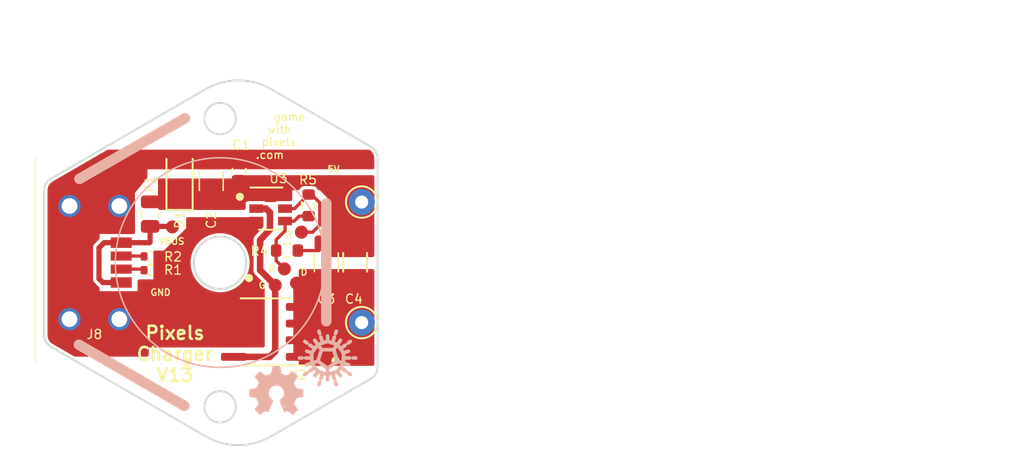
<source format=kicad_pcb>
(kicad_pcb (version 20211014) (generator pcbnew)
  (layers (0 "F.Cu" signal) (31 "B.Cu" signal) (34 "B.Paste" user) (35 "F.Paste" user) (36 "B.SilkS" user "B.Silkscreen") (37 "F.SilkS" user "F.Silkscreen") (38 "B.Mask" user) (39 "F.Mask" user) (44 "Edge.Cuts" user))
  (net 0 "")
  (net 1 "GND")
  (net 2 "VBUS")
  (net 3 "Net-(R4-Pad1)")
  (net 4 "Net-(R5-Pad2)")
  (net 5 "Net-(U2-Pad8)")
  (net 6 "Net-(J8-PadA5)")
  (net 7 "Net-(J8-PadB5)")
  (net 8 "Net-(C3-Pad1)")
  (net 9 "+5V")
  (footprint "Pixels-dice:USB-C-SMD_10P-P1.00-L6.8-W8.9" (layer "F.Cu") (at 140.3 101.52 180)
    (fp_text reference "J8" (at 0 -5.48) (layer "F.SilkS") (effects (font (size 0.7 0.7) (thickness 0.1))))
    (fp_text value "USB_C_Receptacle_USB2.0")
    (pad "A5" smd rect (at -2.05 0.5 270) (size 0.7 1.6) (layers "F.Cu" "F.Paste" "F.Mask") (net 6 "Net-(J8-PadA5)"))
    (pad "A9" smd rect (at -2.05 -1.52 270) (size 0.8 1.6) (layers "F.Cu" "F.Paste" "F.Mask") (net 2 "VBUS"))
    (pad "A12" smd rect (at -2.05 -2.75 270) (size 0.9 1.6) (layers "F.Cu" "F.Paste" "F.Mask") (net 1 "GND"))
    (pad "B5" smd rect (at -2.05 -0.5 270) (size 0.7 1.6) (layers "F.Cu" "F.Paste" "F.Mask") (net 7 "Net-(J8-PadB5)"))
    (pad "B9" smd rect (at -2.05 1.52 270) (size 0.8 1.6) (layers "F.Cu" "F.Paste" "F.Mask") (net 2 "VBUS"))
    (pad "B12" smd rect (at -2.05 2.75 270) (size 0.9 1.6) (layers "F.Cu" "F.Paste" "F.Mask") (net 1 "GND"))
    (pad "S1" thru_hole circle (at -1.9 4.32 180) (size 1.7 1.7) (drill 1.2) (layers *.Cu *.Mask) (net 1 "GND"))
    (pad "S1" thru_hole circle (at -1.9 -4.32 180) (size 1.7 1.7) (drill 1.2) (layers *.Cu *.Mask) (net 1 "GND"))
    (pad "S1" thru_hole circle (at 1.9 4.32 180) (size 1.7 1.7) (drill 1.2) (layers *.Cu *.Mask) (net 1 "GND"))
    (pad "S1" thru_hole circle (at 1.9 -4.32 180) (size 1.7 1.7) (drill 1.2) (layers *.Cu *.Mask) (net 1 "GND"))
  )
  (footprint "Resistor_SMD:R_0402_1005Metric" (layer "F.Cu") (at 144.6 101.05 180)
    (fp_text reference "R2" (at -1.7 -0.03 unlocked) (layer "F.SilkS") (effects (font (size 0.7 0.7) (thickness 0.1))))
    (fp_text value "5.1k 1%")
    (pad "1" smd roundrect locked (at -0.51 0 180) (size 0.54 0.64) (layers "F.Cu" "F.Paste" "F.Mask") (net 1 "GND"))
    (pad "2" smd roundrect locked (at 0.51 0 180) (size 0.54 0.64) (layers "F.Cu" "F.Paste" "F.Mask") (net 6 "Net-(J8-PadA5)"))
  )
  (footprint "TestPoint:TestPoint_THTPad_D2.0mm_Drill1.0mm" (layer "F.Cu") (at 160.7 96.9)
    (fp_text reference "J6" hide)
    (fp_text value "Coil B")
    (pad "1" thru_hole circle locked (at 0 0) (size 2 2) (drill 1) (layers *.Cu *.Mask) (net 9 "+5V"))
  )
  (footprint "TestPoint:TestPoint_THTPad_D2.0mm_Drill1.0mm" (layer "F.Cu") (at 160.7 106.1)
    (fp_text reference "J9" hide)
    (fp_text value "Coil A")
    (pad "1" thru_hole circle locked (at 0 0) (size 2 2) (drill 1) (layers *.Cu *.Mask) (net 8 "Net-(C3-Pad1)"))
  )
  (footprint "Capacitor_SMD:C_1206_3216Metric" (layer "F.Cu") (at 160.2 101.5 90)
    (fp_text reference "C4" (at -2.8 -0.1 180) (layer "F.SilkS") (effects (font (size 0.7 0.7) (thickness 0.1))))
    (fp_text value "56nF 50V NP0")
    (pad "1" smd roundrect (at -1.475 0 90) (size 1.15 1.8) (layers "F.Cu" "F.Paste" "F.Mask") (roundrect_rratio 0.2173913043) (net 8 "Net-(C3-Pad1)"))
    (pad "2" smd roundrect (at 1.475 0 90) (size 1.15 1.8) (layers "F.Cu" "F.Paste" "F.Mask") (roundrect_rratio 0.2173913043) (net 9 "+5V"))
  )
  (footprint "Capacitor_SMD:C_0603_1608Metric" (layer "F.Cu") (at 151.35 94.5 90)
    (fp_text reference "C1" (at 1.95 0.15 unlocked) (layer "F.SilkS") (effects (font (size 0.7 0.7) (thickness 0.1))))
    (fp_text value "0.1uF 16V")
    (pad "1" smd roundrect (at -0.775 0 90) (size 0.9 0.95) (layers "F.Cu" "F.Paste" "F.Mask") (net 9 "+5V"))
    (pad "2" smd roundrect (at 0.775 0 90) (size 0.9 0.95) (layers "F.Cu" "F.Paste" "F.Mask") (net 1 "GND"))
  )
  (footprint "Capacitor_SMD:C_1206_3216Metric" (layer "F.Cu") (at 149.22 95.31 90)
    (fp_text reference "C2" (at -2.95 0 90 unlocked) (layer "F.SilkS") (effects (font (size 0.7 0.7) (thickness 0.1))))
    (fp_text value "47uF 10V 20% X5R")
    (pad "1" smd roundrect (at -1.475 0 90) (size 1.15 1.8) (layers "F.Cu" "F.Paste" "F.Mask") (roundrect_rratio 0.2173913043) (net 9 "+5V"))
    (pad "2" smd roundrect (at 1.475 0 90) (size 1.15 1.8) (layers "F.Cu" "F.Paste" "F.Mask") (roundrect_rratio 0.2173913043) (net 1 "GND"))
  )
  (footprint "Resistor_SMD:R_0603_1608Metric" (layer "F.Cu") (at 155 100.6)
    (fp_text reference "R4" (at -2.1 0.05 unlocked) (layer "F.SilkS") (effects (font (size 0.7 0.7) (thickness 0.1))))
    (fp_text value "200k 1%")
    (pad "1" smd roundrect (at -0.825 0) (size 0.8 0.95) (layers "F.Cu" "F.Paste" "F.Mask") (net 3 "Net-(R4-Pad1)"))
    (pad "2" smd roundrect (at 0.825 0) (size 0.8 0.95) (layers "F.Cu" "F.Paste" "F.Mask") (net 9 "+5V"))
  )
  (footprint "Resistor_SMD:R_0603_1608Metric" (layer "F.Cu") (at 156.65 97.15 90)
    (fp_text reference "R5" (at 1.95 -0.05 unlocked) (layer "F.SilkS") (effects (font (size 0.7 0.7) (thickness 0.1))))
    (fp_text value "84.5k 1%")
    (pad "1" smd roundrect (at -0.825 0 90) (size 0.8 0.95) (layers "F.Cu" "F.Paste" "F.Mask") (net 3 "Net-(R4-Pad1)"))
    (pad "2" smd roundrect (at 0.825 0 90) (size 0.8 0.95) (layers "F.Cu" "F.Paste" "F.Mask") (net 4 "Net-(R5-Pad2)"))
  )
  (footprint "Pixels-dice:SOIC-8_3.9x4.9mm_P1.27mm" (layer "F.Cu") (at 153.41 106.81 90)
    (fp_text reference "U2" (at -3.3 2.4) (layer "F.SilkS") (effects (font (size 0.7 0.7) (thickness 0.1))))
    (fp_text value "XKT335")
    (pad "1" smd roundrect (at -1.905 2.475 180) (size 1.95 0.6) (layers "F.Cu" "F.Paste" "F.Mask") (net 8 "Net-(C3-Pad1)"))
    (pad "2" smd roundrect (at -0.635 2.475 180) (size 1.95 0.6) (layers "F.Cu" "F.Paste" "F.Mask") (net 8 "Net-(C3-Pad1)"))
    (pad "3" smd roundrect (at 0.635 2.475 180) (size 1.95 0.6) (layers "F.Cu" "F.Paste" "F.Mask") (net 8 "Net-(C3-Pad1)"))
    (pad "4" smd roundrect (at 1.905 2.475 180) (size 1.95 0.6) (layers "F.Cu" "F.Paste" "F.Mask") (net 8 "Net-(C3-Pad1)"))
    (pad "5" smd roundrect (at 1.905 -2.475 180) (size 1.95 0.6) (layers "F.Cu" "F.Paste" "F.Mask") (net 1 "GND"))
    (pad "6" smd roundrect (at 0.635 -2.475 180) (size 1.95 0.6) (layers "F.Cu" "F.Paste" "F.Mask") (net 1 "GND"))
    (pad "7" smd roundrect (at -0.635 -2.475 180) (size 1.95 0.6) (layers "F.Cu" "F.Paste" "F.Mask") (net 1 "GND"))
    (pad "8" smd roundrect (at -1.905 -2.475 180) (size 1.95 0.6) (layers "F.Cu" "F.Paste" "F.Mask") (net 5 "Net-(U2-Pad8)"))
  )
  (footprint "Package_TO_SOT_SMD:SOT-23-6" (layer "F.Cu") (at 153.75 97.4)
    (fp_text reference "U3" (at 0.6 -2.3 unlocked) (layer "F.SilkS") (effects (font (size 0.7 0.7) (thickness 0.1))))
    (fp_text value "XKT001")
    (pad "1" smd rect locked (at -1.1 -0.95) (size 1.06 0.65) (layers "F.Cu" "F.Paste" "F.Mask") (net 9 "+5V"))
    (pad "2" smd rect locked (at -1.1 0) (size 1.06 0.65) (layers "F.Cu" "F.Paste" "F.Mask") (net 5 "Net-(U2-Pad8)"))
    (pad "3" smd rect locked (at -1.1 0.95) (size 1.06 0.65) (layers "F.Cu" "F.Paste" "F.Mask") (net 1 "GND"))
    (pad "4" smd rect locked (at 1.1 0.95) (size 1.06 0.65) (layers "F.Cu" "F.Paste" "F.Mask") (net 3 "Net-(R4-Pad1)"))
    (pad "5" smd rect locked (at 1.1 0) (size 1.06 0.65) (layers "F.Cu" "F.Paste" "F.Mask") (net 4 "Net-(R5-Pad2)"))
    (pad "6" smd rect locked (at 1.1 -0.95) (size 1.06 0.65) (layers "F.Cu" "F.Paste" "F.Mask") (net 9 "+5V"))
  )
  (footprint "Resistor_SMD:R_0402_1005Metric" (layer "F.Cu") (at 144.6 102.1 180)
    (fp_text reference "R1" (at -1.7 0.02 unlocked) (layer "F.SilkS") (effects (font (size 0.7 0.7) (thickness 0.1))))
    (fp_text value "5.1k 1%")
    (pad "1" smd roundrect locked (at -0.51 0 180) (size 0.54 0.64) (layers "F.Cu" "F.Paste" "F.Mask") (net 1 "GND"))
    (pad "2" smd roundrect locked (at 0.51 0 180) (size 0.54 0.64) (layers "F.Cu" "F.Paste" "F.Mask") (net 7 "Net-(J8-PadB5)"))
  )
  (footprint "Pixels-dice:TEST_PIN" (layer "F.Cu") (at 146.25 98.8)
    (fp_text reference "W9" hide)
    (fp_text value "VBUS" (at -0.05 1.1) (layer "F.SilkS") (effects (font (size 0.5 0.5) (thickness 0.1))))
    (pad "1" smd circle locked (at 0 0) (size 1 1) (layers "F.Cu" "F.Mask") (net 2 "VBUS"))
  )
  (footprint "Pixels-dice:TEST_PIN" (layer "F.Cu") (at 154.8 102)
    (fp_text reference "W6" hide)
    (fp_text value "R" (at -0.95 0) (layer "F.SilkS") (effects (font (size 0.5 0.5) (thickness 0.1))))
    (pad "1" smd circle locked (at 0 0) (size 1 1) (layers "F.Cu" "F.Mask") (net 3 "Net-(R4-Pad1)"))
  )
  (footprint "Pixels-dice:TEST_PIN" (layer "F.Cu") (at 154.1 103.25)
    (fp_text reference "W2" hide)
    (fp_text value "G" (at -1 0) (layer "F.SilkS") (effects (font (size 0.5 0.5) (thickness 0.1))))
    (pad "1" smd circle locked (at 0 0) (size 1 1) (layers "F.Cu" "F.Mask") (net 5 "Net-(U2-Pad8)"))
  )
  (footprint "Diode_SMD:D_SOD-123" (layer "F.Cu") (at 146.8 95.25 90)
    (fp_text reference "D1" (at -3 0 270) (layer "F.SilkS") (effects (font (size 0.7 0.7) (thickness 0.1))))
    (fp_text value "5.1V 500mW")
    (pad "1" smd rect (at -1.65 0 90) (size 0.9 1.2) (layers "F.Cu" "F.Paste" "F.Mask") (net 9 "+5V"))
    (pad "2" smd rect (at 1.65 0 90) (size 0.9 1.2) (layers "F.Cu" "F.Paste" "F.Mask") (net 1 "GND"))
  )
  (footprint "Pixels-dice:TEST_PIN" (layer "F.Cu") (at 155.73 103.09)
    (fp_text reference "W3" hide)
    (fp_text value "D" (at 0.57 -0.84) (layer "F.SilkS") (effects (font (size 0.5 0.5) (thickness 0.1))))
    (pad "1" smd circle locked (at 0 0) (size 1 1) (layers "F.Cu" "F.Mask") (net 8 "Net-(C3-Pad1)"))
  )
  (footprint "Pixels-dice:TEST_PIN" (layer "F.Cu") (at 156.1 99.2)
    (fp_text reference "W4" hide)
    (fp_text value "R" (at -0.95 0.2) (layer "F.SilkS") (effects (font (size 0.5 0.5) (thickness 0.1))))
    (pad "1" smd circle locked (at 0 0) (size 1 1) (layers "F.Cu" "F.Mask") (net 4 "Net-(R5-Pad2)"))
  )
  (footprint "Pixels-dice:TEST_PIN" (layer "F.Cu") (at 145.25 104.95)
    (fp_text reference "W5" hide)
    (fp_text value "GND" (at 0.1 -1.15) (layer "F.SilkS") (effects (font (size 0.5 0.5) (thickness 0.1))))
    (pad "1" smd circle locked (at 0 0) (size 1 1) (layers "F.Cu" "F.Mask") (net 1 "GND"))
  )
  (footprint "Fuse:Fuse_0805_2012Metric" (layer "F.Cu") (at 144.55 97.82 90)
    (fp_text reference "F1" (at 2.3 0 90) (layer "F.SilkS") (effects (font (size 0.7 0.7) (thickness 0.1))))
    (fp_text value "500mA 150mR")
    (pad "1" smd roundrect (at -0.9375 0 90) (size 0.975 1.4) (layers "F.Cu" "F.Paste" "F.Mask") (net 2 "VBUS"))
    (pad "2" smd roundrect (at 0.9375 0 90) (size 0.975 1.4) (layers "F.Cu" "F.Paste" "F.Mask") (net 9 "+5V"))
  )
  (footprint "Pixels-dice:TEST_PIN" (layer "F.Cu") (at 158.6 95.5)
    (fp_text reference "W1" hide)
    (fp_text value "5V" (at -0.05 -1.1) (layer "F.SilkS") (effects (font (size 0.5 0.5) (thickness 0.1))))
    (pad "1" smd circle locked (at 0 0) (size 1 1) (layers "F.Cu" "F.Mask") (net 9 "+5V"))
  )
  (footprint "Capacitor_SMD:C_1206_3216Metric" (layer "F.Cu") (at 158 101.5 90)
    (fp_text reference "C3" (at -2.8 0 180) (layer "F.SilkS") (effects (font (size 0.7 0.7) (thickness 0.1))))
    (fp_text value "100nF 50V NP0")
    (pad "1" smd roundrect (at -1.475 0 90) (size 1.15 1.8) (layers "F.Cu" "F.Paste" "F.Mask") (roundrect_rratio 0.2173913043) (net 8 "Net-(C3-Pad1)"))
    (pad "2" smd roundrect (at 1.475 0 90) (size 1.15 1.8) (layers "F.Cu" "F.Paste" "F.Mask") (roundrect_rratio 0.2173913043) (net 9 "+5V"))
  )
  (footprint "LOGO" (layer "B.Cu") (at 158.1 108.8 180)
    (fp_text reference "G***" hide)
    (fp_text value "LOGO" hide)
  )
  (footprint "LOGO" (layer "B.Cu") (at 154.2 111.3 180)
    (fp_text reference "G***" hide)
    (fp_text value "LOGO" hide)
  )
  (footprint "Pixels-dice:TX Coil" (layer "B.Cu") (at 149.9 101.5 -90)
    (fp_text reference "J1" hide)
    (fp_text value "TX_Coil")
  )
  (gr_line (start 139.12 107.79) (end 147.165 112.45) (layer "B.SilkS") (width 0.8))
  (gr_line (start 158 97) (end 158 106) (layer "B.SilkS") (width 0.8))
  (gr_line (start 139.16 95.13) (end 147.21 90.51) (layer "B.SilkS") (width 0.8))
  (gr_circle (center 149.9 101.52) (end 157.9 101.52) (layer "B.SilkS") (width 0.12) (fill none))
  (gr_circle (center 158.7 109) (end 158.95 109) (layer "F.SilkS") (width 0.12) (fill solid))
  (gr_circle (center 152.1 102.7) (end 152.35 102.7) (layer "F.SilkS") (width 0.12) (fill solid))
  (gr_circle (center 151.4 96.5) (end 151.65 96.5) (layer "F.SilkS") (width 0.12) (fill solid))
  (gr_circle (center 149.892726 90.53) (end 151.092726 90.53) (layer "Edge.Cuts") (width 0.15) (fill none))
  (gr_line (start 136.971498 95.12033) (end 148.786031 88.284754) (layer "Edge.Cuts") (width 0.15))
  (gr_circle (center 149.892726 101.53) (end 151.892726 101.53) (layer "Edge.Cuts") (width 0.15) (fill none))
  (gr_line (start 153.790162 114.777446) (end 161.389318 110.389693) (layer "Edge.Cuts") (width 0.15))
  (gr_arc (start 136.971498 107.939671) (mid 136.606038 107.573707) (end 136.472292 107.074104) (layer "Edge.Cuts") (width 0.15))
  (gr_arc (start 161.389318 92.670307) (mid 161.773595 93.054606) (end 161.914249 93.579554) (layer "Edge.Cuts") (width 0.15))
  (gr_arc (start 136.472292 95.985901) (mid 136.606037 95.486296) (end 136.971498 95.12033) (layer "Edge.Cuts") (width 0.15))
  (gr_line (start 161.914249 93.579554) (end 161.914249 109.480446) (layer "Edge.Cuts") (width 0.15))
  (gr_circle (center 149.892726 112.53) (end 151.092726 112.53) (layer "Edge.Cuts") (width 0.15) (fill none))
  (gr_line (start 148.786031 114.775246) (end 136.971498 107.939671) (layer "Edge.Cuts") (width 0.15))
  (gr_arc (start 153.790162 114.777446) (mid 151.287802 115.447412) (end 148.786031 114.775246) (layer "Edge.Cuts") (width 0.15))
  (gr_line (start 161.389318 92.670307) (end 153.790162 88.282554) (layer "Edge.Cuts") (width 0.15))
  (gr_arc (start 148.786031 88.284754) (mid 151.287802 87.612588) (end 153.790162 88.282554) (layer "Edge.Cuts") (width 0.15))
  (gr_arc (start 161.914249 109.480446) (mid 161.773595 110.005394) (end 161.389318 110.389693) (layer "Edge.Cuts") (width 0.15))
  (gr_line (start 136.472292 107.074104) (end 136.472292 95.985896) (layer "Edge.Cuts") (width 0.15))
  (gr_text "   game\n  with\n pixels\n.com" (at 152.55 91.85) (layer "F.SilkS") (effects (font (size 0.6 0.6) (thickness 0.1)) (justify left)))
  (gr_text "Pixels\nCharger\nV13" (at 146.45 108.5) (layer "F.SilkS") (effects (font (size 1 1) (thickness 0.2))))
  (segment (start 142.35 97.35) (end 142.2 97.2) (width 0.4) (layer "F.Cu") (net 1))
  (segment (start 142.35 105.69) (end 142.2 105.84) (width 0.5) (layer "F.Cu") (net 1))
  (segment (start 142.2 97.2) (end 138.4 97.2) (width 0.5) (layer "F.Cu") (net 1))
  (segment (start 142.35 104.27) (end 142.35 105.69) (width 0.5) (layer "F.Cu") (net 1))
  (segment (start 138.4 97.2) (end 138.4 105.84) (width 0.5) (layer "F.Cu") (net 1))
  (segment (start 142.35 98.77) (end 142.35 97.35) (width 0.5) (layer "F.Cu") (net 1))
  (segment (start 138.4 105.84) (end 142.2 105.84) (width 0.5) (layer "F.Cu") (net 1))
  (segment (start 140.65 102.75) (end 140.94 103.04) (width 0.4) (layer "F.Cu") (net 2))
  (segment (start 144.55 99.95) (end 144.5 100) (width 0.4) (layer "F.Cu") (net 2))
  (segment (start 142.35 100) (end 141.05 100) (width 0.4) (layer "F.Cu") (net 2))
  (segment (start 146.2075 98.7575) (end 146.25 98.8) (width 0.4) (layer "F.Cu") (net 2))
  (segment (start 141.05 100) (end 140.65 100.4) (width 0.4) (layer "F.Cu") (net 2))
  (segment (start 140.65 100.4) (end 140.65 102.75) (width 0.4) (layer "F.Cu") (net 2))
  (segment (start 140.94 103.04) (end 142.35 103.04) (width 0.4) (layer "F.Cu") (net 2))
  (segment (start 144.5 100) (end 142.35 100) (width 0.4) (layer "F.Cu") (net 2))
  (segment (start 144.55 98.7575) (end 146.2075 98.7575) (width 0.4) (layer "F.Cu") (net 2))
  (segment (start 144.55 98.7575) (end 144.55 99.95) (width 0.4) (layer "F.Cu") (net 2))
  (segment (start 155.55 98.35) (end 155.925 97.975) (width 0.25) (layer "F.Cu") (net 3))
  (segment (start 154.175 99.775) (end 154.175 100.6) (width 0.25) (layer "F.Cu") (net 3))
  (segment (start 154.85 99.1) (end 154.175 99.775) (width 0.25) (layer "F.Cu") (net 3))
  (segment (start 156.625 97.95) (end 156.65 97.975) (width 0.25) (layer "F.Cu") (net 3))
  (segment (start 154.85 98.35) (end 155.55 98.35) (width 0.25) (layer "F.Cu") (net 3))
  (segment (start 154.175 100.6) (end 154.175 101.375) (width 0.25) (layer "F.Cu") (net 3))
  (segment (start 155.925 97.975) (end 156.65 97.975) (width 0.25) (layer "F.Cu") (net 3))
  (segment (start 154.175 101.375) (end 154.8 102) (width 0.25) (layer "F.Cu") (net 3))
  (segment (start 154.85 98.35) (end 154.85 99.1) (width 0.25) (layer "F.Cu") (net 3))
  (segment (start 154.85 97.4) (end 155.575 97.4) (width 0.25) (layer "F.Cu") (net 4))
  (segment (start 157.5 96.95) (end 157.5 98.65) (width 0.25) (layer "F.Cu") (net 4))
  (segment (start 156.65 96.325) (end 156.875 96.325) (width 0.25) (layer "F.Cu") (net 4))
  (segment (start 157.5 98.65) (end 156.95 99.2) (width 0.25) (layer "F.Cu") (net 4))
  (segment (start 156.875 96.325) (end 157.5 96.95) (width 0.25) (layer "F.Cu") (net 4))
  (segment (start 156.95 99.2) (end 155.85 99.2) (width 0.25) (layer "F.Cu") (net 4))
  (segment (start 155.575 97.4) (end 156.65 96.325) (width 0.25) (layer "F.Cu") (net 4))
  (segment (start 153.382936 97.4) (end 152.65 97.4) (width 0.5) (layer "F.Cu") (net 5))
  (segment (start 153.685 108.715) (end 153.975 108.425) (width 0.5) (layer "F.Cu") (net 5))
  (segment (start 152.95 99.797774) (end 152.95 102.1) (width 0.5) (layer "F.Cu") (net 5))
  (segment (start 152.95 102.1) (end 154.1 103.25) (width 0.5) (layer "F.Cu") (net 5))
  (segment (start 153.7 97.696805) (end 153.382936 97.4) (width 0.5) (layer "F.Cu") (net 5))
  (segment (start 154.1 108.3) (end 153.975 108.425) (width 0.5) (layer "F.Cu") (net 5))
  (segment (start 153.7 98.996587) (end 153.7 97.696805) (width 0.5) (layer "F.Cu") (net 5))
  (segment (start 154.1 103.7) (end 154.1 108.3) (width 0.5) (layer "F.Cu") (net 5))
  (segment (start 150.935 108.715) (end 153.685 108.715) (width 0.5) (layer "F.Cu") (net 5))
  (segment (start 153.7 98.996587) (end 152.950001 99.797774) (width 0.5) (layer "F.Cu") (net 5))
  (segment (start 144.06 101.02) (end 144.09 101.05) (width 0.25) (layer "F.Cu") (net 6))
  (segment (start 142.35 101.02) (end 144.06 101.02) (width 0.25) (layer "F.Cu") (net 6))
  (segment (start 144.01 102.02) (end 144.09 102.1) (width 0.25) (layer "F.Cu") (net 7))
  (segment (start 142.35 102.02) (end 144.01 102.02) (width 0.25) (layer "F.Cu") (net 7))
  (segment (start 155.885 108.715) (end 155.73 108.56) (width 0.5) (layer "F.Cu") (net 8))
  (segment (start 155.73 108.56) (end 155.73 103.09) (width 0.5) (layer "F.Cu") (net 8))
  (segment (start 160.2 102.975) (end 155.845 102.975) (width 0.5) (layer "F.Cu") (net 8))
  (segment (start 160.2 102.975) (end 160.2 105.6) (width 0.5) (layer "F.Cu") (net 8))
  (segment (start 155.845 102.975) (end 155.73 103.09) (width 0.5) (layer "F.Cu") (net 8))
  (segment (start 160.2 105.6) (end 160.7 106.1) (width 0.5) (layer "F.Cu") (net 8))
  (segment (start 158 100.025) (end 160.2 100.025) (width 0.5) (layer "F.Cu") (net 9))
  (segment (start 160.7 96.9) (end 159.3 95.5) (width 0.5) (layer "F.Cu") (net 9))
  (segment (start 151.35 96.45) (end 149.555 96.45) (width 0.5) (layer "F.Cu") (net 9))
  (segment (start 149.22 96.785) (end 149.555 96.45) (width 0.5) (layer "F.Cu") (net 9))
  (segment (start 146.8 96.9) (end 144.5675 96.9) (width 0.5) (layer "F.Cu") (net 9))
  (segment (start 151.35 96.45) (end 151.35 95.275) (width 0.5) (layer "F.Cu") (net 9))
  (segment (start 155.825 100.6) (end 157.425 100.6) (width 0.25) (layer "F.Cu") (net 9))
  (segment (start 160.7 99.525) (end 160.2 100.025) (width 0.5) (layer "F.Cu") (net 9))
  (segment (start 157.425 100.6) (end 158 100.025) (width 0.25) (layer "F.Cu") (net 9))
  (segment (start 149.22 96.785) (end 146.915 96.785) (width 0.5) (layer "F.Cu") (net 9))
  (segment (start 144.5675 96.9) (end 144.55 96.8825) (width 0.5) (layer "F.Cu") (net 9))
  (segment (start 152.65 96.45) (end 154.85 96.45) (width 0.5) (layer "F.Cu") (net 9))
  (segment (start 159.3 95.5) (end 158.6 95.5) (width 0.5) (layer "F.Cu") (net 9))
  (segment (start 157.725 99.75) (end 158 100.025) (width 0.5) (layer "F.Cu") (net 9))
  (segment (start 151.35 96.45) (end 152.65 96.45) (width 0.5) (layer "F.Cu") (net 9))
  (segment (start 158.375 95.275) (end 158.6 95.5) (width 0.5) (layer "F.Cu") (net 9))
  (segment (start 151.35 95.275) (end 158.375 95.275) (width 0.5) (layer "F.Cu") (net 9))
  (segment (start 146.915 96.785) (end 146.8 96.9) (width 0.5) (layer "F.Cu") (net 9))
  (segment (start 160.7 96.9) (end 160.7 99.525) (width 0.5) (layer "F.Cu") (net 9))
  (zone (net 1) (net_name "GND") (layer "F.Cu") (connect_pads yes (clearance 0.25)) (min_thickness 0.254) (fill yes (thermal_gap 0.508) (thermal_bridge_width 0.508))
    (polygon (pts (xy 161.6 92.9) (xy 162.05 93.2) (xy 162.1 94.4) (xy 144.35 94.4) (xy 144.35 95.05) (xy 143.394729 96.2) (xy 143.4 99.35) (xy 136.5 99.3) (xy 136.5 95.2) (xy 140.4 92.9)))
  )
  (zone (net 8) (net_name "Net-(C3-Pad1)") (layer "F.Cu") (connect_pads yes (clearance 0.25)) (min_thickness 0.254) (fill yes (thermal_gap 0.508) (thermal_bridge_width 0.508))
    (polygon (pts (xy 162.8 109.4) (xy 155.9 109.4) (xy 155.9 102.013844) (xy 162.8 102.013844)))
  )
  (zone (net 1) (net_name "GND") (layer "F.Cu") (connect_pads yes (clearance 0.25)) (min_thickness 0.254) (fill yes (thermal_gap 0.508) (thermal_bridge_width 0.508))
    (polygon (pts (xy 153.3 108) (xy 143.6 108) (xy 143.6 102.8) (xy 144.8 102.8) (xy 144.8 100.6) (xy 145.6 100.6) (xy 147.3 98.9) (xy 147.3 98.05) (xy 153.3 98.05)))
  )
  (zone (net 1) (net_name "GND") (layer "F.Cu") (connect_pads yes (clearance 0.25)) (min_thickness 0.254) (fill yes (thermal_gap 0.508) (thermal_bridge_width 0.508))
    (polygon (pts (xy 140.7 103.8) (xy 135.9 103.8) (xy 135.9 99.2) (xy 140.7 99.2)))
  )
  (zone (net 1) (net_name "GND") (layer "F.Cu") (connect_pads yes (clearance 0.25)) (min_thickness 0.254) (fill yes (thermal_gap 0.508) (thermal_bridge_width 0.508))
    (polygon (pts (xy 144.45 108.7) (xy 135.25 108.7) (xy 135.25 103.7) (xy 144.45 103.7)))
  )
  (zone (net 9) (net_name "+5V") (layer "F.Cu") (connect_pads yes (clearance 0.25)) (min_thickness 0.254) (fill yes (thermal_gap 0.508) (thermal_bridge_width 0.508))
    (polygon (pts (xy 163.2 101.1) (xy 158.1 101.1) (xy 158.1 96.6) (xy 157.5 96) (xy 155.4 96) (xy 155.4 96.9) (xy 150.8 96.9) (xy 150.8 94.85) (xy 163.2 94.85)))
  )
  (zone (net 9) (net_name "+5V") (layer "F.Cu") (connect_pads yes (clearance 0.25)) (min_thickness 0.254) (fill yes (thermal_gap 0.508) (thermal_bridge_width 0.508))
    (polygon (pts (xy 151.85 97.5) (xy 145.15 97.5) (xy 145.15 95.1) (xy 151.85 95.1)))
  )
)
</source>
